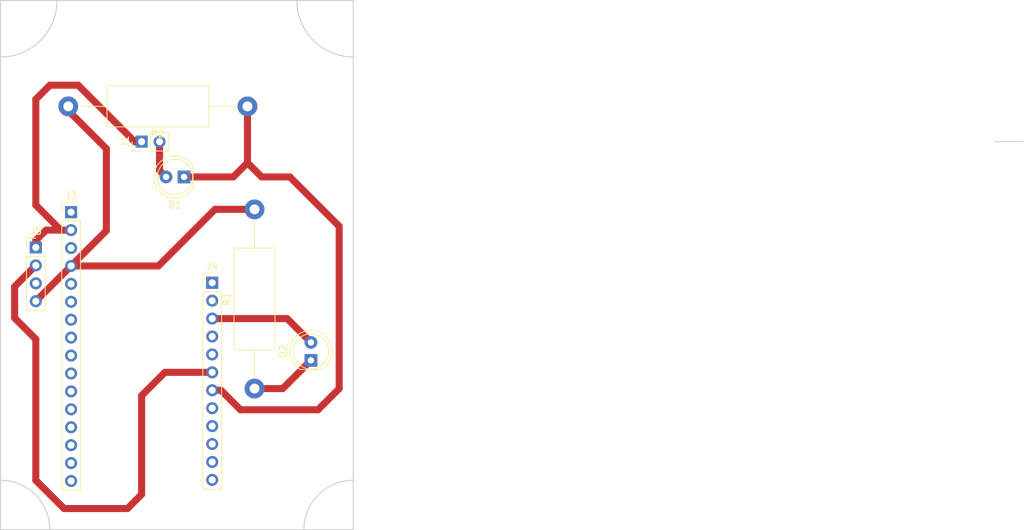
<source format=kicad_pcb>
(kicad_pcb (version 4) (host pcbnew 4.0.7)

  (general
    (links 11)
    (no_connects 0)
    (area 154.924999 74.924999 300.075001 150.075001)
    (thickness 1.6)
    (drawings 12)
    (tracks 45)
    (zones 0)
    (modules 8)
    (nets 32)
  )

  (page A4)
  (layers
    (0 F.Cu signal)
    (31 B.Cu signal)
    (32 B.Adhes user)
    (33 F.Adhes user)
    (34 B.Paste user)
    (35 F.Paste user)
    (36 B.SilkS user)
    (37 F.SilkS user)
    (38 B.Mask user)
    (39 F.Mask user)
    (40 Dwgs.User user)
    (41 Cmts.User user)
    (42 Eco1.User user)
    (43 Eco2.User user)
    (44 Edge.Cuts user)
    (45 Margin user)
    (46 B.CrtYd user)
    (47 F.CrtYd user)
    (48 B.Fab user)
    (49 F.Fab user)
  )

  (setup
    (last_trace_width 1)
    (trace_clearance 0.2)
    (zone_clearance 0.508)
    (zone_45_only no)
    (trace_min 0.2)
    (segment_width 0.2)
    (edge_width 0.15)
    (via_size 0.6)
    (via_drill 0.4)
    (via_min_size 0.4)
    (via_min_drill 0.3)
    (uvia_size 0.3)
    (uvia_drill 0.1)
    (uvias_allowed no)
    (uvia_min_size 0.2)
    (uvia_min_drill 0.1)
    (pcb_text_width 0.3)
    (pcb_text_size 1.5 1.5)
    (mod_edge_width 0.15)
    (mod_text_size 1 1)
    (mod_text_width 0.15)
    (pad_size 1.524 1.524)
    (pad_drill 0.762)
    (pad_to_mask_clearance 0.2)
    (aux_axis_origin 0 0)
    (visible_elements FFFFFF7F)
    (pcbplotparams
      (layerselection 0x00030_80000001)
      (usegerberextensions false)
      (excludeedgelayer true)
      (linewidth 0.100000)
      (plotframeref false)
      (viasonmask false)
      (mode 1)
      (useauxorigin false)
      (hpglpennumber 1)
      (hpglpenspeed 20)
      (hpglpendiameter 15)
      (hpglpenoverlay 2)
      (psnegative false)
      (psa4output false)
      (plotreference true)
      (plotvalue true)
      (plotinvisibletext false)
      (padsonsilk false)
      (subtractmaskfromsilk false)
      (outputformat 1)
      (mirror false)
      (drillshape 1)
      (scaleselection 1)
      (outputdirectory ""))
  )

  (net 0 "")
  (net 1 "Net-(D1-Pad1)")
  (net 2 "Net-(D1-Pad2)")
  (net 3 "Net-(D2-Pad1)")
  (net 4 "Net-(D2-Pad2)")
  (net 5 +3V3)
  (net 6 "Net-(J3-Pad1)")
  (net 7 "Net-(J3-Pad3)")
  (net 8 GND)
  (net 9 "Net-(J3-Pad5)")
  (net 10 "Net-(J3-Pad6)")
  (net 11 "Net-(J3-Pad7)")
  (net 12 "Net-(J3-Pad8)")
  (net 13 "Net-(J3-Pad9)")
  (net 14 "Net-(J3-Pad10)")
  (net 15 "Net-(J3-Pad11)")
  (net 16 "Net-(J3-Pad12)")
  (net 17 "Net-(J3-Pad13)")
  (net 18 "Net-(J3-Pad14)")
  (net 19 "Net-(J3-Pad15)")
  (net 20 "Net-(J3-Pad16)")
  (net 21 "Net-(J4-Pad1)")
  (net 22 "Net-(J4-Pad2)")
  (net 23 "Net-(J4-Pad4)")
  (net 24 "Net-(J4-Pad5)")
  (net 25 "Net-(J4-Pad6)")
  (net 26 "Net-(J4-Pad8)")
  (net 27 "Net-(J4-Pad9)")
  (net 28 "Net-(J4-Pad10)")
  (net 29 "Net-(J4-Pad11)")
  (net 30 "Net-(J4-Pad12)")
  (net 31 "Net-(J5-Pad3)")

  (net_class Default "This is the default net class."
    (clearance 0.2)
    (trace_width 1)
    (via_dia 0.6)
    (via_drill 0.4)
    (uvia_dia 0.3)
    (uvia_drill 0.1)
    (add_net +3V3)
    (add_net GND)
    (add_net "Net-(D1-Pad1)")
    (add_net "Net-(D1-Pad2)")
    (add_net "Net-(D2-Pad1)")
    (add_net "Net-(D2-Pad2)")
    (add_net "Net-(J3-Pad1)")
    (add_net "Net-(J3-Pad10)")
    (add_net "Net-(J3-Pad11)")
    (add_net "Net-(J3-Pad12)")
    (add_net "Net-(J3-Pad13)")
    (add_net "Net-(J3-Pad14)")
    (add_net "Net-(J3-Pad15)")
    (add_net "Net-(J3-Pad16)")
    (add_net "Net-(J3-Pad3)")
    (add_net "Net-(J3-Pad5)")
    (add_net "Net-(J3-Pad6)")
    (add_net "Net-(J3-Pad7)")
    (add_net "Net-(J3-Pad8)")
    (add_net "Net-(J3-Pad9)")
    (add_net "Net-(J4-Pad1)")
    (add_net "Net-(J4-Pad10)")
    (add_net "Net-(J4-Pad11)")
    (add_net "Net-(J4-Pad12)")
    (add_net "Net-(J4-Pad2)")
    (add_net "Net-(J4-Pad4)")
    (add_net "Net-(J4-Pad5)")
    (add_net "Net-(J4-Pad6)")
    (add_net "Net-(J4-Pad8)")
    (add_net "Net-(J4-Pad9)")
    (add_net "Net-(J5-Pad3)")
  )

  (module LEDs:LED_D5.0mm (layer F.Cu) (tedit 5995936A) (tstamp 6289A420)
    (at 181 100 180)
    (descr "LED, diameter 5.0mm, 2 pins, http://cdn-reichelt.de/documents/datenblatt/A500/LL-504BC2E-009.pdf")
    (tags "LED diameter 5.0mm 2 pins")
    (path /6289BBDB)
    (fp_text reference D1 (at 1.27 -3.96 180) (layer F.SilkS)
      (effects (font (size 1 1) (thickness 0.15)))
    )
    (fp_text value LED (at 1.27 3.96 180) (layer F.Fab)
      (effects (font (size 1 1) (thickness 0.15)))
    )
    (fp_arc (start 1.27 0) (end -1.23 -1.469694) (angle 299.1) (layer F.Fab) (width 0.1))
    (fp_arc (start 1.27 0) (end -1.29 -1.54483) (angle 148.9) (layer F.SilkS) (width 0.12))
    (fp_arc (start 1.27 0) (end -1.29 1.54483) (angle -148.9) (layer F.SilkS) (width 0.12))
    (fp_circle (center 1.27 0) (end 3.77 0) (layer F.Fab) (width 0.1))
    (fp_circle (center 1.27 0) (end 3.77 0) (layer F.SilkS) (width 0.12))
    (fp_line (start -1.23 -1.469694) (end -1.23 1.469694) (layer F.Fab) (width 0.1))
    (fp_line (start -1.29 -1.545) (end -1.29 1.545) (layer F.SilkS) (width 0.12))
    (fp_line (start -1.95 -3.25) (end -1.95 3.25) (layer F.CrtYd) (width 0.05))
    (fp_line (start -1.95 3.25) (end 4.5 3.25) (layer F.CrtYd) (width 0.05))
    (fp_line (start 4.5 3.25) (end 4.5 -3.25) (layer F.CrtYd) (width 0.05))
    (fp_line (start 4.5 -3.25) (end -1.95 -3.25) (layer F.CrtYd) (width 0.05))
    (fp_text user %R (at 1.25 0 180) (layer F.Fab)
      (effects (font (size 0.8 0.8) (thickness 0.2)))
    )
    (pad 1 thru_hole rect (at 0 0 180) (size 1.8 1.8) (drill 0.9) (layers *.Cu *.Mask)
      (net 1 "Net-(D1-Pad1)"))
    (pad 2 thru_hole circle (at 2.54 0 180) (size 1.8 1.8) (drill 0.9) (layers *.Cu *.Mask)
      (net 2 "Net-(D1-Pad2)"))
    (model ${KISYS3DMOD}/LEDs.3dshapes/LED_D5.0mm.wrl
      (at (xyz 0 0 0))
      (scale (xyz 0.393701 0.393701 0.393701))
      (rotate (xyz 0 0 0))
    )
  )

  (module LEDs:LED_D5.0mm (layer F.Cu) (tedit 5995936A) (tstamp 6289A426)
    (at 199 126 90)
    (descr "LED, diameter 5.0mm, 2 pins, http://cdn-reichelt.de/documents/datenblatt/A500/LL-504BC2E-009.pdf")
    (tags "LED diameter 5.0mm 2 pins")
    (path /6289A448)
    (fp_text reference D2 (at 1.27 -3.96 90) (layer F.SilkS)
      (effects (font (size 1 1) (thickness 0.15)))
    )
    (fp_text value LED (at 1.27 3.96 90) (layer F.Fab)
      (effects (font (size 1 1) (thickness 0.15)))
    )
    (fp_arc (start 1.27 0) (end -1.23 -1.469694) (angle 299.1) (layer F.Fab) (width 0.1))
    (fp_arc (start 1.27 0) (end -1.29 -1.54483) (angle 148.9) (layer F.SilkS) (width 0.12))
    (fp_arc (start 1.27 0) (end -1.29 1.54483) (angle -148.9) (layer F.SilkS) (width 0.12))
    (fp_circle (center 1.27 0) (end 3.77 0) (layer F.Fab) (width 0.1))
    (fp_circle (center 1.27 0) (end 3.77 0) (layer F.SilkS) (width 0.12))
    (fp_line (start -1.23 -1.469694) (end -1.23 1.469694) (layer F.Fab) (width 0.1))
    (fp_line (start -1.29 -1.545) (end -1.29 1.545) (layer F.SilkS) (width 0.12))
    (fp_line (start -1.95 -3.25) (end -1.95 3.25) (layer F.CrtYd) (width 0.05))
    (fp_line (start -1.95 3.25) (end 4.5 3.25) (layer F.CrtYd) (width 0.05))
    (fp_line (start 4.5 3.25) (end 4.5 -3.25) (layer F.CrtYd) (width 0.05))
    (fp_line (start 4.5 -3.25) (end -1.95 -3.25) (layer F.CrtYd) (width 0.05))
    (fp_text user %R (at 1.25 0 90) (layer F.Fab)
      (effects (font (size 0.8 0.8) (thickness 0.2)))
    )
    (pad 1 thru_hole rect (at 0 0 90) (size 1.8 1.8) (drill 0.9) (layers *.Cu *.Mask)
      (net 3 "Net-(D2-Pad1)"))
    (pad 2 thru_hole circle (at 2.54 0 90) (size 1.8 1.8) (drill 0.9) (layers *.Cu *.Mask)
      (net 4 "Net-(D2-Pad2)"))
    (model ${KISYS3DMOD}/LEDs.3dshapes/LED_D5.0mm.wrl
      (at (xyz 0 0 0))
      (scale (xyz 0.393701 0.393701 0.393701))
      (rotate (xyz 0 0 0))
    )
  )

  (module Pin_Headers:Pin_Header_Straight_1x02_Pitch2.54mm (layer F.Cu) (tedit 6289A6F5) (tstamp 6289A42C)
    (at 175 95 90)
    (descr "Through hole straight pin header, 1x02, 2.54mm pitch, single row")
    (tags "Through hole pin header THT 1x02 2.54mm single row")
    (path /6289A06D)
    (fp_text reference J1 (at 0 -2.33 90) (layer F.SilkS)
      (effects (font (size 1 1) (thickness 0.15)))
    )
    (fp_text value "" (at 0 4.87 90) (layer F.Fab)
      (effects (font (size 1 1) (thickness 0.15)))
    )
    (fp_line (start -0.635 -1.27) (end 1.27 -1.27) (layer F.Fab) (width 0.1))
    (fp_line (start 1.27 -1.27) (end 1.27 3.81) (layer F.Fab) (width 0.1))
    (fp_line (start 1.27 3.81) (end -1.27 3.81) (layer F.Fab) (width 0.1))
    (fp_line (start -1.27 3.81) (end -1.27 -0.635) (layer F.Fab) (width 0.1))
    (fp_line (start -1.27 -0.635) (end -0.635 -1.27) (layer F.Fab) (width 0.1))
    (fp_line (start -1.33 3.87) (end 1.33 3.87) (layer F.SilkS) (width 0.12))
    (fp_line (start -1.33 1.27) (end -1.33 3.87) (layer F.SilkS) (width 0.12))
    (fp_line (start 1.33 1.27) (end 1.33 3.87) (layer F.SilkS) (width 0.12))
    (fp_line (start -1.33 1.27) (end 1.33 1.27) (layer F.SilkS) (width 0.12))
    (fp_line (start -1.33 0) (end -1.33 -1.33) (layer F.SilkS) (width 0.12))
    (fp_line (start -1.33 -1.33) (end 0 -1.33) (layer F.SilkS) (width 0.12))
    (fp_line (start -1.8 -1.8) (end -1.8 4.35) (layer F.CrtYd) (width 0.05))
    (fp_line (start -1.8 4.35) (end 1.8 4.35) (layer F.CrtYd) (width 0.05))
    (fp_line (start 1.8 4.35) (end 1.8 -1.8) (layer F.CrtYd) (width 0.05))
    (fp_line (start 1.8 -1.8) (end -1.8 -1.8) (layer F.CrtYd) (width 0.05))
    (fp_text user %R (at 0 1.27 180) (layer F.Fab)
      (effects (font (size 1 1) (thickness 0.15)))
    )
    (pad 1 thru_hole rect (at 0 0 90) (size 1.7 1.7) (drill 1) (layers *.Cu *.Mask)
      (net 5 +3V3))
    (pad 2 thru_hole oval (at 0 2.54 90) (size 1.7 1.7) (drill 1) (layers *.Cu *.Mask)
      (net 2 "Net-(D1-Pad2)"))
    (model ${KISYS3DMOD}/Pin_Headers.3dshapes/Pin_Header_Straight_1x02_Pitch2.54mm.wrl
      (at (xyz 0 0 0))
      (scale (xyz 1 1 1))
      (rotate (xyz 0 0 0))
    )
  )

  (module Pin_Headers:Pin_Header_Straight_1x16_Pitch2.54mm (layer F.Cu) (tedit 59650532) (tstamp 6289A446)
    (at 165 105)
    (descr "Through hole straight pin header, 1x16, 2.54mm pitch, single row")
    (tags "Through hole pin header THT 1x16 2.54mm single row")
    (path /62899D9A)
    (fp_text reference J3 (at 0 -2.33) (layer F.SilkS)
      (effects (font (size 1 1) (thickness 0.15)))
    )
    (fp_text value Particle (at 0 40.43) (layer F.Fab)
      (effects (font (size 1 1) (thickness 0.15)))
    )
    (fp_line (start -0.635 -1.27) (end 1.27 -1.27) (layer F.Fab) (width 0.1))
    (fp_line (start 1.27 -1.27) (end 1.27 39.37) (layer F.Fab) (width 0.1))
    (fp_line (start 1.27 39.37) (end -1.27 39.37) (layer F.Fab) (width 0.1))
    (fp_line (start -1.27 39.37) (end -1.27 -0.635) (layer F.Fab) (width 0.1))
    (fp_line (start -1.27 -0.635) (end -0.635 -1.27) (layer F.Fab) (width 0.1))
    (fp_line (start -1.33 39.43) (end 1.33 39.43) (layer F.SilkS) (width 0.12))
    (fp_line (start -1.33 1.27) (end -1.33 39.43) (layer F.SilkS) (width 0.12))
    (fp_line (start 1.33 1.27) (end 1.33 39.43) (layer F.SilkS) (width 0.12))
    (fp_line (start -1.33 1.27) (end 1.33 1.27) (layer F.SilkS) (width 0.12))
    (fp_line (start -1.33 0) (end -1.33 -1.33) (layer F.SilkS) (width 0.12))
    (fp_line (start -1.33 -1.33) (end 0 -1.33) (layer F.SilkS) (width 0.12))
    (fp_line (start -1.8 -1.8) (end -1.8 39.9) (layer F.CrtYd) (width 0.05))
    (fp_line (start -1.8 39.9) (end 1.8 39.9) (layer F.CrtYd) (width 0.05))
    (fp_line (start 1.8 39.9) (end 1.8 -1.8) (layer F.CrtYd) (width 0.05))
    (fp_line (start 1.8 -1.8) (end -1.8 -1.8) (layer F.CrtYd) (width 0.05))
    (fp_text user %R (at 0 19.05 90) (layer F.Fab)
      (effects (font (size 1 1) (thickness 0.15)))
    )
    (pad 1 thru_hole rect (at 0 0) (size 1.7 1.7) (drill 1) (layers *.Cu *.Mask)
      (net 6 "Net-(J3-Pad1)"))
    (pad 2 thru_hole oval (at 0 2.54) (size 1.7 1.7) (drill 1) (layers *.Cu *.Mask)
      (net 5 +3V3))
    (pad 3 thru_hole oval (at 0 5.08) (size 1.7 1.7) (drill 1) (layers *.Cu *.Mask)
      (net 7 "Net-(J3-Pad3)"))
    (pad 4 thru_hole oval (at 0 7.62) (size 1.7 1.7) (drill 1) (layers *.Cu *.Mask)
      (net 8 GND))
    (pad 5 thru_hole oval (at 0 10.16) (size 1.7 1.7) (drill 1) (layers *.Cu *.Mask)
      (net 9 "Net-(J3-Pad5)"))
    (pad 6 thru_hole oval (at 0 12.7) (size 1.7 1.7) (drill 1) (layers *.Cu *.Mask)
      (net 10 "Net-(J3-Pad6)"))
    (pad 7 thru_hole oval (at 0 15.24) (size 1.7 1.7) (drill 1) (layers *.Cu *.Mask)
      (net 11 "Net-(J3-Pad7)"))
    (pad 8 thru_hole oval (at 0 17.78) (size 1.7 1.7) (drill 1) (layers *.Cu *.Mask)
      (net 12 "Net-(J3-Pad8)"))
    (pad 9 thru_hole oval (at 0 20.32) (size 1.7 1.7) (drill 1) (layers *.Cu *.Mask)
      (net 13 "Net-(J3-Pad9)"))
    (pad 10 thru_hole oval (at 0 22.86) (size 1.7 1.7) (drill 1) (layers *.Cu *.Mask)
      (net 14 "Net-(J3-Pad10)"))
    (pad 11 thru_hole oval (at 0 25.4) (size 1.7 1.7) (drill 1) (layers *.Cu *.Mask)
      (net 15 "Net-(J3-Pad11)"))
    (pad 12 thru_hole oval (at 0 27.94) (size 1.7 1.7) (drill 1) (layers *.Cu *.Mask)
      (net 16 "Net-(J3-Pad12)"))
    (pad 13 thru_hole oval (at 0 30.48) (size 1.7 1.7) (drill 1) (layers *.Cu *.Mask)
      (net 17 "Net-(J3-Pad13)"))
    (pad 14 thru_hole oval (at 0 33.02) (size 1.7 1.7) (drill 1) (layers *.Cu *.Mask)
      (net 18 "Net-(J3-Pad14)"))
    (pad 15 thru_hole oval (at 0 35.56) (size 1.7 1.7) (drill 1) (layers *.Cu *.Mask)
      (net 19 "Net-(J3-Pad15)"))
    (pad 16 thru_hole oval (at 0 38.1) (size 1.7 1.7) (drill 1) (layers *.Cu *.Mask)
      (net 20 "Net-(J3-Pad16)"))
    (model ${KISYS3DMOD}/Pin_Headers.3dshapes/Pin_Header_Straight_1x16_Pitch2.54mm.wrl
      (at (xyz 0 0 0))
      (scale (xyz 1 1 1))
      (rotate (xyz 0 0 0))
    )
  )

  (module Pin_Headers:Pin_Header_Straight_1x12_Pitch2.54mm (layer F.Cu) (tedit 59650532) (tstamp 6289A456)
    (at 185 115)
    (descr "Through hole straight pin header, 1x12, 2.54mm pitch, single row")
    (tags "Through hole pin header THT 1x12 2.54mm single row")
    (path /62899DC5)
    (fp_text reference J4 (at 0 -2.33) (layer F.SilkS)
      (effects (font (size 1 1) (thickness 0.15)))
    )
    (fp_text value Interconnect (at 0 30.27) (layer F.Fab)
      (effects (font (size 1 1) (thickness 0.15)))
    )
    (fp_line (start -0.635 -1.27) (end 1.27 -1.27) (layer F.Fab) (width 0.1))
    (fp_line (start 1.27 -1.27) (end 1.27 29.21) (layer F.Fab) (width 0.1))
    (fp_line (start 1.27 29.21) (end -1.27 29.21) (layer F.Fab) (width 0.1))
    (fp_line (start -1.27 29.21) (end -1.27 -0.635) (layer F.Fab) (width 0.1))
    (fp_line (start -1.27 -0.635) (end -0.635 -1.27) (layer F.Fab) (width 0.1))
    (fp_line (start -1.33 29.27) (end 1.33 29.27) (layer F.SilkS) (width 0.12))
    (fp_line (start -1.33 1.27) (end -1.33 29.27) (layer F.SilkS) (width 0.12))
    (fp_line (start 1.33 1.27) (end 1.33 29.27) (layer F.SilkS) (width 0.12))
    (fp_line (start -1.33 1.27) (end 1.33 1.27) (layer F.SilkS) (width 0.12))
    (fp_line (start -1.33 0) (end -1.33 -1.33) (layer F.SilkS) (width 0.12))
    (fp_line (start -1.33 -1.33) (end 0 -1.33) (layer F.SilkS) (width 0.12))
    (fp_line (start -1.8 -1.8) (end -1.8 29.75) (layer F.CrtYd) (width 0.05))
    (fp_line (start -1.8 29.75) (end 1.8 29.75) (layer F.CrtYd) (width 0.05))
    (fp_line (start 1.8 29.75) (end 1.8 -1.8) (layer F.CrtYd) (width 0.05))
    (fp_line (start 1.8 -1.8) (end -1.8 -1.8) (layer F.CrtYd) (width 0.05))
    (fp_text user %R (at 0 13.97 90) (layer F.Fab)
      (effects (font (size 1 1) (thickness 0.15)))
    )
    (pad 1 thru_hole rect (at 0 0) (size 1.7 1.7) (drill 1) (layers *.Cu *.Mask)
      (net 21 "Net-(J4-Pad1)"))
    (pad 2 thru_hole oval (at 0 2.54) (size 1.7 1.7) (drill 1) (layers *.Cu *.Mask)
      (net 22 "Net-(J4-Pad2)"))
    (pad 3 thru_hole oval (at 0 5.08) (size 1.7 1.7) (drill 1) (layers *.Cu *.Mask)
      (net 4 "Net-(D2-Pad2)"))
    (pad 4 thru_hole oval (at 0 7.62) (size 1.7 1.7) (drill 1) (layers *.Cu *.Mask)
      (net 23 "Net-(J4-Pad4)"))
    (pad 5 thru_hole oval (at 0 10.16) (size 1.7 1.7) (drill 1) (layers *.Cu *.Mask)
      (net 24 "Net-(J4-Pad5)"))
    (pad 6 thru_hole oval (at 0 12.7) (size 1.7 1.7) (drill 1) (layers *.Cu *.Mask)
      (net 25 "Net-(J4-Pad6)"))
    (pad 7 thru_hole oval (at 0 15.24) (size 1.7 1.7) (drill 1) (layers *.Cu *.Mask)
      (net 1 "Net-(D1-Pad1)"))
    (pad 8 thru_hole oval (at 0 17.78) (size 1.7 1.7) (drill 1) (layers *.Cu *.Mask)
      (net 26 "Net-(J4-Pad8)"))
    (pad 9 thru_hole oval (at 0 20.32) (size 1.7 1.7) (drill 1) (layers *.Cu *.Mask)
      (net 27 "Net-(J4-Pad9)"))
    (pad 10 thru_hole oval (at 0 22.86) (size 1.7 1.7) (drill 1) (layers *.Cu *.Mask)
      (net 28 "Net-(J4-Pad10)"))
    (pad 11 thru_hole oval (at 0 25.4) (size 1.7 1.7) (drill 1) (layers *.Cu *.Mask)
      (net 29 "Net-(J4-Pad11)"))
    (pad 12 thru_hole oval (at 0 27.94) (size 1.7 1.7) (drill 1) (layers *.Cu *.Mask)
      (net 30 "Net-(J4-Pad12)"))
    (model ${KISYS3DMOD}/Pin_Headers.3dshapes/Pin_Header_Straight_1x12_Pitch2.54mm.wrl
      (at (xyz 0 0 0))
      (scale (xyz 1 1 1))
      (rotate (xyz 0 0 0))
    )
  )

  (module Pin_Headers:Pin_Header_Straight_1x04_Pitch2.54mm (layer F.Cu) (tedit 6289A862) (tstamp 6289A45E)
    (at 160 110)
    (descr "Through hole straight pin header, 1x04, 2.54mm pitch, single row")
    (tags "Through hole pin header THT 1x04 2.54mm single row")
    (path /6289B033)
    (fp_text reference J5 (at 0 -2.33) (layer F.SilkS)
      (effects (font (size 1 1) (thickness 0.15)))
    )
    (fp_text value DHT22 (at 0 9.95) (layer F.Fab)
      (effects (font (size 1 1) (thickness 0.15)))
    )
    (fp_line (start -0.635 -1.27) (end 1.27 -1.27) (layer F.Fab) (width 0.1))
    (fp_line (start 1.27 -1.27) (end 1.27 8.89) (layer F.Fab) (width 0.1))
    (fp_line (start 1.27 8.89) (end -1.27 8.89) (layer F.Fab) (width 0.1))
    (fp_line (start -1.27 8.89) (end -1.27 -0.635) (layer F.Fab) (width 0.1))
    (fp_line (start -1.27 -0.635) (end -0.635 -1.27) (layer F.Fab) (width 0.1))
    (fp_line (start -1.33 8.95) (end 1.33 8.95) (layer F.SilkS) (width 0.12))
    (fp_line (start -1.33 1.27) (end -1.33 8.95) (layer F.SilkS) (width 0.12))
    (fp_line (start 1.33 1.27) (end 1.33 8.95) (layer F.SilkS) (width 0.12))
    (fp_line (start -1.33 1.27) (end 1.33 1.27) (layer F.SilkS) (width 0.12))
    (fp_line (start -1.33 0) (end -1.33 -1.33) (layer F.SilkS) (width 0.12))
    (fp_line (start -1.33 -1.33) (end 0 -1.33) (layer F.SilkS) (width 0.12))
    (fp_line (start -1.8 -1.8) (end -1.8 9.4) (layer F.CrtYd) (width 0.05))
    (fp_line (start -1.8 9.4) (end 1.8 9.4) (layer F.CrtYd) (width 0.05))
    (fp_line (start 1.8 9.4) (end 1.8 -1.8) (layer F.CrtYd) (width 0.05))
    (fp_line (start 1.8 -1.8) (end -1.8 -1.8) (layer F.CrtYd) (width 0.05))
    (fp_text user %R (at 0 3.81 90) (layer F.Fab)
      (effects (font (size 1 1) (thickness 0.15)))
    )
    (pad 1 thru_hole rect (at 0 0) (size 1.7 1.7) (drill 1) (layers *.Cu *.Mask)
      (net 5 +3V3))
    (pad 2 thru_hole oval (at 0 2.54) (size 1.7 1.7) (drill 1) (layers *.Cu *.Mask)
      (net 25 "Net-(J4-Pad6)"))
    (pad 3 thru_hole oval (at 0 5.08) (size 1.7 1.7) (drill 1) (layers *.Cu *.Mask)
      (net 31 "Net-(J5-Pad3)"))
    (pad 4 thru_hole oval (at 0 7.62) (size 1.7 1.7) (drill 1) (layers *.Cu *.Mask)
      (net 8 GND))
    (model ${KISYS3DMOD}/Pin_Headers.3dshapes/Pin_Header_Straight_1x04_Pitch2.54mm.wrl
      (at (xyz 0 0 0))
      (scale (xyz 1 1 1))
      (rotate (xyz 0 0 0))
    )
  )

  (module Resistors_THT:R_Axial_DIN0614_L14.3mm_D5.7mm_P25.40mm_Horizontal (layer F.Cu) (tedit 5874F706) (tstamp 6289A464)
    (at 191 130 90)
    (descr "Resistor, Axial_DIN0614 series, Axial, Horizontal, pin pitch=25.4mm, 1.5W, length*diameter=14.3*5.7mm^2")
    (tags "Resistor Axial_DIN0614 series Axial Horizontal pin pitch 25.4mm 1.5W length 14.3mm diameter 5.7mm")
    (path /6289A62B)
    (fp_text reference R1 (at 12.7 -3.91 90) (layer F.SilkS)
      (effects (font (size 1 1) (thickness 0.15)))
    )
    (fp_text value 270R (at 12.7 3.91 90) (layer F.Fab)
      (effects (font (size 1 1) (thickness 0.15)))
    )
    (fp_line (start 5.55 -2.85) (end 5.55 2.85) (layer F.Fab) (width 0.1))
    (fp_line (start 5.55 2.85) (end 19.85 2.85) (layer F.Fab) (width 0.1))
    (fp_line (start 19.85 2.85) (end 19.85 -2.85) (layer F.Fab) (width 0.1))
    (fp_line (start 19.85 -2.85) (end 5.55 -2.85) (layer F.Fab) (width 0.1))
    (fp_line (start 0 0) (end 5.55 0) (layer F.Fab) (width 0.1))
    (fp_line (start 25.4 0) (end 19.85 0) (layer F.Fab) (width 0.1))
    (fp_line (start 5.49 -2.91) (end 5.49 2.91) (layer F.SilkS) (width 0.12))
    (fp_line (start 5.49 2.91) (end 19.91 2.91) (layer F.SilkS) (width 0.12))
    (fp_line (start 19.91 2.91) (end 19.91 -2.91) (layer F.SilkS) (width 0.12))
    (fp_line (start 19.91 -2.91) (end 5.49 -2.91) (layer F.SilkS) (width 0.12))
    (fp_line (start 1.58 0) (end 5.49 0) (layer F.SilkS) (width 0.12))
    (fp_line (start 23.82 0) (end 19.91 0) (layer F.SilkS) (width 0.12))
    (fp_line (start -1.65 -3.2) (end -1.65 3.2) (layer F.CrtYd) (width 0.05))
    (fp_line (start -1.65 3.2) (end 27.05 3.2) (layer F.CrtYd) (width 0.05))
    (fp_line (start 27.05 3.2) (end 27.05 -3.2) (layer F.CrtYd) (width 0.05))
    (fp_line (start 27.05 -3.2) (end -1.65 -3.2) (layer F.CrtYd) (width 0.05))
    (pad 1 thru_hole circle (at 0 0 90) (size 2.8 2.8) (drill 1.4) (layers *.Cu *.Mask)
      (net 3 "Net-(D2-Pad1)"))
    (pad 2 thru_hole oval (at 25.4 0 90) (size 2.8 2.8) (drill 1.4) (layers *.Cu *.Mask)
      (net 8 GND))
    (model ${KISYS3DMOD}/Resistors_THT.3dshapes/R_Axial_DIN0614_L14.3mm_D5.7mm_P25.40mm_Horizontal.wrl
      (at (xyz 0 0 0))
      (scale (xyz 0.393701 0.393701 0.393701))
      (rotate (xyz 0 0 0))
    )
  )

  (module Resistors_THT:R_Axial_DIN0614_L14.3mm_D5.7mm_P25.40mm_Horizontal (layer F.Cu) (tedit 5874F706) (tstamp 6289A5B3)
    (at 190 90 180)
    (descr "Resistor, Axial_DIN0614 series, Axial, Horizontal, pin pitch=25.4mm, 1.5W, length*diameter=14.3*5.7mm^2")
    (tags "Resistor Axial_DIN0614 series Axial Horizontal pin pitch 25.4mm 1.5W length 14.3mm diameter 5.7mm")
    (path /6289C5FB)
    (fp_text reference R2 (at 12.7 -3.91 180) (layer F.SilkS)
      (effects (font (size 1 1) (thickness 0.15)))
    )
    (fp_text value 270R (at 12.7 3.91 180) (layer F.Fab)
      (effects (font (size 1 1) (thickness 0.15)))
    )
    (fp_line (start 5.55 -2.85) (end 5.55 2.85) (layer F.Fab) (width 0.1))
    (fp_line (start 5.55 2.85) (end 19.85 2.85) (layer F.Fab) (width 0.1))
    (fp_line (start 19.85 2.85) (end 19.85 -2.85) (layer F.Fab) (width 0.1))
    (fp_line (start 19.85 -2.85) (end 5.55 -2.85) (layer F.Fab) (width 0.1))
    (fp_line (start 0 0) (end 5.55 0) (layer F.Fab) (width 0.1))
    (fp_line (start 25.4 0) (end 19.85 0) (layer F.Fab) (width 0.1))
    (fp_line (start 5.49 -2.91) (end 5.49 2.91) (layer F.SilkS) (width 0.12))
    (fp_line (start 5.49 2.91) (end 19.91 2.91) (layer F.SilkS) (width 0.12))
    (fp_line (start 19.91 2.91) (end 19.91 -2.91) (layer F.SilkS) (width 0.12))
    (fp_line (start 19.91 -2.91) (end 5.49 -2.91) (layer F.SilkS) (width 0.12))
    (fp_line (start 1.58 0) (end 5.49 0) (layer F.SilkS) (width 0.12))
    (fp_line (start 23.82 0) (end 19.91 0) (layer F.SilkS) (width 0.12))
    (fp_line (start -1.65 -3.2) (end -1.65 3.2) (layer F.CrtYd) (width 0.05))
    (fp_line (start -1.65 3.2) (end 27.05 3.2) (layer F.CrtYd) (width 0.05))
    (fp_line (start 27.05 3.2) (end 27.05 -3.2) (layer F.CrtYd) (width 0.05))
    (fp_line (start 27.05 -3.2) (end -1.65 -3.2) (layer F.CrtYd) (width 0.05))
    (pad 1 thru_hole circle (at 0 0 180) (size 2.8 2.8) (drill 1.4) (layers *.Cu *.Mask)
      (net 1 "Net-(D1-Pad1)"))
    (pad 2 thru_hole oval (at 25.4 0 180) (size 2.8 2.8) (drill 1.4) (layers *.Cu *.Mask)
      (net 8 GND))
    (model ${KISYS3DMOD}/Resistors_THT.3dshapes/R_Axial_DIN0614_L14.3mm_D5.7mm_P25.40mm_Horizontal.wrl
      (at (xyz 0 0 0))
      (scale (xyz 0.393701 0.393701 0.393701))
      (rotate (xyz 0 0 0))
    )
  )

  (gr_line (start 155 117) (end 155 147) (angle 90) (layer Edge.Cuts) (width 0.15))
  (gr_line (start 155 75) (end 155 86) (angle 90) (layer Edge.Cuts) (width 0.15))
  (gr_line (start 205 75) (end 155 75) (angle 90) (layer Edge.Cuts) (width 0.15))
  (gr_arc (start 155 75) (end 163 75) (angle 90) (layer Edge.Cuts) (width 0.15))
  (gr_arc (start 205 75) (end 205 83) (angle 90) (layer Edge.Cuts) (width 0.15))
  (gr_arc (start 205 150) (end 198 150) (angle 90) (layer Edge.Cuts) (width 0.15))
  (gr_arc (start 155 150) (end 155 143) (angle 90) (layer Edge.Cuts) (width 0.15))
  (gr_line (start 205 150) (end 205 75) (angle 90) (layer Edge.Cuts) (width 0.15))
  (gr_line (start 296 95) (end 300 95) (angle 90) (layer Edge.Cuts) (width 0.15))
  (gr_line (start 155 150) (end 155 147) (angle 90) (layer Edge.Cuts) (width 0.15))
  (gr_line (start 205 150) (end 155 150) (angle 90) (layer Edge.Cuts) (width 0.15))
  (gr_line (start 155 117) (end 155 86) (angle 90) (layer Edge.Cuts) (width 0.15))

  (segment (start 185 130.24) (end 186.24 130.24) (width 1) (layer F.Cu) (net 1))
  (segment (start 192 100) (end 190 98) (width 1) (layer F.Cu) (net 1) (tstamp 6289A7A1))
  (segment (start 196 100) (end 192 100) (width 1) (layer F.Cu) (net 1) (tstamp 6289A79F))
  (segment (start 203 107) (end 196 100) (width 1) (layer F.Cu) (net 1) (tstamp 6289A797))
  (segment (start 203 130) (end 203 107) (width 1) (layer F.Cu) (net 1) (tstamp 6289A795))
  (segment (start 200 133) (end 203 130) (width 1) (layer F.Cu) (net 1) (tstamp 6289A794))
  (segment (start 189 133) (end 200 133) (width 1) (layer F.Cu) (net 1) (tstamp 6289A790))
  (segment (start 186.24 130.24) (end 189 133) (width 1) (layer F.Cu) (net 1) (tstamp 6289A78F))
  (segment (start 181 100) (end 188 100) (width 1) (layer F.Cu) (net 1))
  (segment (start 190 98) (end 190 90) (width 1) (layer F.Cu) (net 1) (tstamp 6289A684))
  (segment (start 188 100) (end 190 98) (width 1) (layer F.Cu) (net 1) (tstamp 6289A683))
  (segment (start 177.54 95) (end 177.54 99.08) (width 1) (layer F.Cu) (net 2))
  (segment (start 177.54 99.08) (end 178.46 100) (width 1) (layer F.Cu) (net 2) (tstamp 6289A634))
  (segment (start 191 130) (end 195 130) (width 1) (layer F.Cu) (net 3))
  (segment (start 195 130) (end 199 126) (width 1) (layer F.Cu) (net 3) (tstamp 6289A63A))
  (segment (start 185 120.08) (end 195.62 120.08) (width 1) (layer F.Cu) (net 4))
  (segment (start 195.62 120.08) (end 199 123.46) (width 1) (layer F.Cu) (net 4) (tstamp 6289A5EA))
  (segment (start 175 95) (end 174 95) (width 1) (layer F.Cu) (net 5))
  (segment (start 163.54 107.54) (end 165 107.54) (width 1) (layer F.Cu) (net 5) (tstamp 6289A6E2))
  (segment (start 160 104) (end 163.54 107.54) (width 1) (layer F.Cu) (net 5) (tstamp 6289A6E0))
  (segment (start 160 89) (end 160 104) (width 1) (layer F.Cu) (net 5) (tstamp 6289A6D8))
  (segment (start 162 87) (end 160 89) (width 1) (layer F.Cu) (net 5) (tstamp 6289A6D7))
  (segment (start 166 87) (end 162 87) (width 1) (layer F.Cu) (net 5) (tstamp 6289A6D5))
  (segment (start 174 95) (end 166 87) (width 1) (layer F.Cu) (net 5) (tstamp 6289A6D4))
  (segment (start 160 110) (end 160 109) (width 1) (layer F.Cu) (net 5))
  (segment (start 161.46 107.54) (end 165 107.54) (width 1) (layer F.Cu) (net 5) (tstamp 6289A523))
  (segment (start 160 109) (end 161.46 107.54) (width 1) (layer F.Cu) (net 5) (tstamp 6289A520))
  (segment (start 164.6 90) (end 164.6 90.6) (width 1) (layer F.Cu) (net 8))
  (segment (start 164.6 90.6) (end 170 96) (width 1) (layer F.Cu) (net 8) (tstamp 6289A6BF))
  (segment (start 170 96) (end 170 107.62) (width 1) (layer F.Cu) (net 8) (tstamp 6289A6C2))
  (segment (start 170 107.62) (end 165 112.62) (width 1) (layer F.Cu) (net 8) (tstamp 6289A6C6))
  (segment (start 160 117.62) (end 165 112.62) (width 1) (layer F.Cu) (net 8))
  (segment (start 191 104.6) (end 185.4 104.6) (width 1) (layer F.Cu) (net 8))
  (segment (start 177.38 112.62) (end 165 112.62) (width 1) (layer F.Cu) (net 8) (tstamp 6289A6AF))
  (segment (start 185.4 104.6) (end 177.38 112.62) (width 1) (layer F.Cu) (net 8) (tstamp 6289A6A7))
  (segment (start 185 127.7) (end 178.3 127.7) (width 1) (layer F.Cu) (net 25))
  (segment (start 157 115.54) (end 160 112.54) (width 1) (layer F.Cu) (net 25) (tstamp 6289A516))
  (segment (start 157 120) (end 157 115.54) (width 1) (layer F.Cu) (net 25) (tstamp 6289A513))
  (segment (start 160 123) (end 157 120) (width 1) (layer F.Cu) (net 25) (tstamp 6289A511))
  (segment (start 160 143) (end 160 123) (width 1) (layer F.Cu) (net 25) (tstamp 6289A50F))
  (segment (start 164 147) (end 160 143) (width 1) (layer F.Cu) (net 25) (tstamp 6289A50D))
  (segment (start 173 147) (end 164 147) (width 1) (layer F.Cu) (net 25) (tstamp 6289A50B))
  (segment (start 175 145) (end 173 147) (width 1) (layer F.Cu) (net 25) (tstamp 6289A508))
  (segment (start 175 131) (end 175 145) (width 1) (layer F.Cu) (net 25) (tstamp 6289A507))
  (segment (start 178.3 127.7) (end 175 131) (width 1) (layer F.Cu) (net 25) (tstamp 6289A501))

)

</source>
